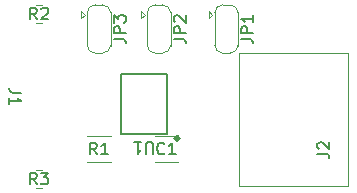
<source format=gbr>
%TF.GenerationSoftware,KiCad,Pcbnew,8.0.2*%
%TF.CreationDate,2024-12-05T16:11:26+05:30*%
%TF.ProjectId,USB PD,55534220-5044-42e6-9b69-6361645f7063,rev?*%
%TF.SameCoordinates,Original*%
%TF.FileFunction,Legend,Top*%
%TF.FilePolarity,Positive*%
%FSLAX46Y46*%
G04 Gerber Fmt 4.6, Leading zero omitted, Abs format (unit mm)*
G04 Created by KiCad (PCBNEW 8.0.2) date 2024-12-05 16:11:26*
%MOMM*%
%LPD*%
G01*
G04 APERTURE LIST*
%ADD10C,0.150000*%
%ADD11C,0.120000*%
%ADD12C,0.303607*%
%ADD13C,0.160000*%
G04 APERTURE END LIST*
D10*
X87402680Y-90471666D02*
X86688395Y-90471666D01*
X86688395Y-90471666D02*
X86545538Y-90424047D01*
X86545538Y-90424047D02*
X86450300Y-90328809D01*
X86450300Y-90328809D02*
X86402680Y-90185952D01*
X86402680Y-90185952D02*
X86402680Y-90090714D01*
X86402680Y-91471666D02*
X86402680Y-90900238D01*
X86402680Y-91185952D02*
X87402680Y-91185952D01*
X87402680Y-91185952D02*
X87259823Y-91090714D01*
X87259823Y-91090714D02*
X87164585Y-90995476D01*
X87164585Y-90995476D02*
X87116966Y-90900238D01*
X112484819Y-95663333D02*
X113199104Y-95663333D01*
X113199104Y-95663333D02*
X113341961Y-95710952D01*
X113341961Y-95710952D02*
X113437200Y-95806190D01*
X113437200Y-95806190D02*
X113484819Y-95949047D01*
X113484819Y-95949047D02*
X113484819Y-96044285D01*
X112580057Y-95234761D02*
X112532438Y-95187142D01*
X112532438Y-95187142D02*
X112484819Y-95091904D01*
X112484819Y-95091904D02*
X112484819Y-94853809D01*
X112484819Y-94853809D02*
X112532438Y-94758571D01*
X112532438Y-94758571D02*
X112580057Y-94710952D01*
X112580057Y-94710952D02*
X112675295Y-94663333D01*
X112675295Y-94663333D02*
X112770533Y-94663333D01*
X112770533Y-94663333D02*
X112913390Y-94710952D01*
X112913390Y-94710952D02*
X113484819Y-95282380D01*
X113484819Y-95282380D02*
X113484819Y-94663333D01*
X98551904Y-95635180D02*
X98551904Y-94825657D01*
X98551904Y-94825657D02*
X98504285Y-94730419D01*
X98504285Y-94730419D02*
X98456666Y-94682800D01*
X98456666Y-94682800D02*
X98361428Y-94635180D01*
X98361428Y-94635180D02*
X98170952Y-94635180D01*
X98170952Y-94635180D02*
X98075714Y-94682800D01*
X98075714Y-94682800D02*
X98028095Y-94730419D01*
X98028095Y-94730419D02*
X97980476Y-94825657D01*
X97980476Y-94825657D02*
X97980476Y-95635180D01*
X96980476Y-94635180D02*
X97551904Y-94635180D01*
X97266190Y-94635180D02*
X97266190Y-95635180D01*
X97266190Y-95635180D02*
X97361428Y-95492323D01*
X97361428Y-95492323D02*
X97456666Y-95397085D01*
X97456666Y-95397085D02*
X97551904Y-95349466D01*
X88733333Y-98244819D02*
X88400000Y-97768628D01*
X88161905Y-98244819D02*
X88161905Y-97244819D01*
X88161905Y-97244819D02*
X88542857Y-97244819D01*
X88542857Y-97244819D02*
X88638095Y-97292438D01*
X88638095Y-97292438D02*
X88685714Y-97340057D01*
X88685714Y-97340057D02*
X88733333Y-97435295D01*
X88733333Y-97435295D02*
X88733333Y-97578152D01*
X88733333Y-97578152D02*
X88685714Y-97673390D01*
X88685714Y-97673390D02*
X88638095Y-97721009D01*
X88638095Y-97721009D02*
X88542857Y-97768628D01*
X88542857Y-97768628D02*
X88161905Y-97768628D01*
X89066667Y-97244819D02*
X89685714Y-97244819D01*
X89685714Y-97244819D02*
X89352381Y-97625771D01*
X89352381Y-97625771D02*
X89495238Y-97625771D01*
X89495238Y-97625771D02*
X89590476Y-97673390D01*
X89590476Y-97673390D02*
X89638095Y-97721009D01*
X89638095Y-97721009D02*
X89685714Y-97816247D01*
X89685714Y-97816247D02*
X89685714Y-98054342D01*
X89685714Y-98054342D02*
X89638095Y-98149580D01*
X89638095Y-98149580D02*
X89590476Y-98197200D01*
X89590476Y-98197200D02*
X89495238Y-98244819D01*
X89495238Y-98244819D02*
X89209524Y-98244819D01*
X89209524Y-98244819D02*
X89114286Y-98197200D01*
X89114286Y-98197200D02*
X89066667Y-98149580D01*
X88733333Y-84274819D02*
X88400000Y-83798628D01*
X88161905Y-84274819D02*
X88161905Y-83274819D01*
X88161905Y-83274819D02*
X88542857Y-83274819D01*
X88542857Y-83274819D02*
X88638095Y-83322438D01*
X88638095Y-83322438D02*
X88685714Y-83370057D01*
X88685714Y-83370057D02*
X88733333Y-83465295D01*
X88733333Y-83465295D02*
X88733333Y-83608152D01*
X88733333Y-83608152D02*
X88685714Y-83703390D01*
X88685714Y-83703390D02*
X88638095Y-83751009D01*
X88638095Y-83751009D02*
X88542857Y-83798628D01*
X88542857Y-83798628D02*
X88161905Y-83798628D01*
X89114286Y-83370057D02*
X89161905Y-83322438D01*
X89161905Y-83322438D02*
X89257143Y-83274819D01*
X89257143Y-83274819D02*
X89495238Y-83274819D01*
X89495238Y-83274819D02*
X89590476Y-83322438D01*
X89590476Y-83322438D02*
X89638095Y-83370057D01*
X89638095Y-83370057D02*
X89685714Y-83465295D01*
X89685714Y-83465295D02*
X89685714Y-83560533D01*
X89685714Y-83560533D02*
X89638095Y-83703390D01*
X89638095Y-83703390D02*
X89066667Y-84274819D01*
X89066667Y-84274819D02*
X89685714Y-84274819D01*
X93813333Y-95704819D02*
X93480000Y-95228628D01*
X93241905Y-95704819D02*
X93241905Y-94704819D01*
X93241905Y-94704819D02*
X93622857Y-94704819D01*
X93622857Y-94704819D02*
X93718095Y-94752438D01*
X93718095Y-94752438D02*
X93765714Y-94800057D01*
X93765714Y-94800057D02*
X93813333Y-94895295D01*
X93813333Y-94895295D02*
X93813333Y-95038152D01*
X93813333Y-95038152D02*
X93765714Y-95133390D01*
X93765714Y-95133390D02*
X93718095Y-95181009D01*
X93718095Y-95181009D02*
X93622857Y-95228628D01*
X93622857Y-95228628D02*
X93241905Y-95228628D01*
X94765714Y-95704819D02*
X94194286Y-95704819D01*
X94480000Y-95704819D02*
X94480000Y-94704819D01*
X94480000Y-94704819D02*
X94384762Y-94847676D01*
X94384762Y-94847676D02*
X94289524Y-94942914D01*
X94289524Y-94942914D02*
X94194286Y-94990533D01*
X95234819Y-85923333D02*
X95949104Y-85923333D01*
X95949104Y-85923333D02*
X96091961Y-85970952D01*
X96091961Y-85970952D02*
X96187200Y-86066190D01*
X96187200Y-86066190D02*
X96234819Y-86209047D01*
X96234819Y-86209047D02*
X96234819Y-86304285D01*
X96234819Y-85447142D02*
X95234819Y-85447142D01*
X95234819Y-85447142D02*
X95234819Y-85066190D01*
X95234819Y-85066190D02*
X95282438Y-84970952D01*
X95282438Y-84970952D02*
X95330057Y-84923333D01*
X95330057Y-84923333D02*
X95425295Y-84875714D01*
X95425295Y-84875714D02*
X95568152Y-84875714D01*
X95568152Y-84875714D02*
X95663390Y-84923333D01*
X95663390Y-84923333D02*
X95711009Y-84970952D01*
X95711009Y-84970952D02*
X95758628Y-85066190D01*
X95758628Y-85066190D02*
X95758628Y-85447142D01*
X95234819Y-84542380D02*
X95234819Y-83923333D01*
X95234819Y-83923333D02*
X95615771Y-84256666D01*
X95615771Y-84256666D02*
X95615771Y-84113809D01*
X95615771Y-84113809D02*
X95663390Y-84018571D01*
X95663390Y-84018571D02*
X95711009Y-83970952D01*
X95711009Y-83970952D02*
X95806247Y-83923333D01*
X95806247Y-83923333D02*
X96044342Y-83923333D01*
X96044342Y-83923333D02*
X96139580Y-83970952D01*
X96139580Y-83970952D02*
X96187200Y-84018571D01*
X96187200Y-84018571D02*
X96234819Y-84113809D01*
X96234819Y-84113809D02*
X96234819Y-84399523D01*
X96234819Y-84399523D02*
X96187200Y-84494761D01*
X96187200Y-84494761D02*
X96139580Y-84542380D01*
X100314819Y-85923333D02*
X101029104Y-85923333D01*
X101029104Y-85923333D02*
X101171961Y-85970952D01*
X101171961Y-85970952D02*
X101267200Y-86066190D01*
X101267200Y-86066190D02*
X101314819Y-86209047D01*
X101314819Y-86209047D02*
X101314819Y-86304285D01*
X101314819Y-85447142D02*
X100314819Y-85447142D01*
X100314819Y-85447142D02*
X100314819Y-85066190D01*
X100314819Y-85066190D02*
X100362438Y-84970952D01*
X100362438Y-84970952D02*
X100410057Y-84923333D01*
X100410057Y-84923333D02*
X100505295Y-84875714D01*
X100505295Y-84875714D02*
X100648152Y-84875714D01*
X100648152Y-84875714D02*
X100743390Y-84923333D01*
X100743390Y-84923333D02*
X100791009Y-84970952D01*
X100791009Y-84970952D02*
X100838628Y-85066190D01*
X100838628Y-85066190D02*
X100838628Y-85447142D01*
X100410057Y-84494761D02*
X100362438Y-84447142D01*
X100362438Y-84447142D02*
X100314819Y-84351904D01*
X100314819Y-84351904D02*
X100314819Y-84113809D01*
X100314819Y-84113809D02*
X100362438Y-84018571D01*
X100362438Y-84018571D02*
X100410057Y-83970952D01*
X100410057Y-83970952D02*
X100505295Y-83923333D01*
X100505295Y-83923333D02*
X100600533Y-83923333D01*
X100600533Y-83923333D02*
X100743390Y-83970952D01*
X100743390Y-83970952D02*
X101314819Y-84542380D01*
X101314819Y-84542380D02*
X101314819Y-83923333D01*
X106029819Y-85923333D02*
X106744104Y-85923333D01*
X106744104Y-85923333D02*
X106886961Y-85970952D01*
X106886961Y-85970952D02*
X106982200Y-86066190D01*
X106982200Y-86066190D02*
X107029819Y-86209047D01*
X107029819Y-86209047D02*
X107029819Y-86304285D01*
X107029819Y-85447142D02*
X106029819Y-85447142D01*
X106029819Y-85447142D02*
X106029819Y-85066190D01*
X106029819Y-85066190D02*
X106077438Y-84970952D01*
X106077438Y-84970952D02*
X106125057Y-84923333D01*
X106125057Y-84923333D02*
X106220295Y-84875714D01*
X106220295Y-84875714D02*
X106363152Y-84875714D01*
X106363152Y-84875714D02*
X106458390Y-84923333D01*
X106458390Y-84923333D02*
X106506009Y-84970952D01*
X106506009Y-84970952D02*
X106553628Y-85066190D01*
X106553628Y-85066190D02*
X106553628Y-85447142D01*
X107029819Y-83923333D02*
X107029819Y-84494761D01*
X107029819Y-84209047D02*
X106029819Y-84209047D01*
X106029819Y-84209047D02*
X106172676Y-84304285D01*
X106172676Y-84304285D02*
X106267914Y-84399523D01*
X106267914Y-84399523D02*
X106315533Y-84494761D01*
X99528333Y-95609580D02*
X99480714Y-95657200D01*
X99480714Y-95657200D02*
X99337857Y-95704819D01*
X99337857Y-95704819D02*
X99242619Y-95704819D01*
X99242619Y-95704819D02*
X99099762Y-95657200D01*
X99099762Y-95657200D02*
X99004524Y-95561961D01*
X99004524Y-95561961D02*
X98956905Y-95466723D01*
X98956905Y-95466723D02*
X98909286Y-95276247D01*
X98909286Y-95276247D02*
X98909286Y-95133390D01*
X98909286Y-95133390D02*
X98956905Y-94942914D01*
X98956905Y-94942914D02*
X99004524Y-94847676D01*
X99004524Y-94847676D02*
X99099762Y-94752438D01*
X99099762Y-94752438D02*
X99242619Y-94704819D01*
X99242619Y-94704819D02*
X99337857Y-94704819D01*
X99337857Y-94704819D02*
X99480714Y-94752438D01*
X99480714Y-94752438D02*
X99528333Y-94800057D01*
X100480714Y-95704819D02*
X99909286Y-95704819D01*
X100195000Y-95704819D02*
X100195000Y-94704819D01*
X100195000Y-94704819D02*
X100099762Y-94847676D01*
X100099762Y-94847676D02*
X100004524Y-94942914D01*
X100004524Y-94942914D02*
X99909286Y-94990533D01*
D11*
%TO.C,J2*%
X105855000Y-87150000D02*
X115055000Y-87150000D01*
X105855000Y-98350000D02*
X105855000Y-87150000D01*
X115055000Y-98350000D02*
X115055000Y-87150000D01*
X105855000Y-98350000D02*
X115055000Y-98350000D01*
%TO.C,U1*%
D12*
X100741803Y-94340000D02*
G75*
G02*
X100438197Y-94340000I-151803J0D01*
G01*
X100438197Y-94340000D02*
G75*
G02*
X100741803Y-94340000I151803J0D01*
G01*
D13*
X99740000Y-93940000D02*
X95840000Y-93940000D01*
X95840000Y-88940000D01*
X99740000Y-88940000D01*
X99740000Y-93940000D01*
D11*
%TO.C,R3*%
X88672936Y-97055000D02*
X89127064Y-97055000D01*
X88672936Y-98525000D02*
X89127064Y-98525000D01*
%TO.C,R2*%
X88672936Y-83085000D02*
X89127064Y-83085000D01*
X88672936Y-84555000D02*
X89127064Y-84555000D01*
%TO.C,R1*%
X92980000Y-94180000D02*
X94980000Y-94180000D01*
X94980000Y-96320000D02*
X92980000Y-96320000D01*
%TO.C,JP3*%
X93680000Y-83040000D02*
X94280000Y-83040000D01*
X92480000Y-83590000D02*
X92480000Y-84190000D01*
X94980000Y-83690000D02*
X94980000Y-86490000D01*
X92780000Y-83890000D02*
X92480000Y-83590000D01*
X92780000Y-83890000D02*
X92480000Y-84190000D01*
X92980000Y-86490000D02*
X92980000Y-83690000D01*
X94280000Y-87140000D02*
X93680000Y-87140000D01*
X94280000Y-83040000D02*
G75*
G02*
X94980000Y-83740000I1J-699999D01*
G01*
X92980000Y-83740000D02*
G75*
G02*
X93680000Y-83040000I699999J1D01*
G01*
X94980000Y-86440000D02*
G75*
G02*
X94280000Y-87140000I-700000J0D01*
G01*
X93680000Y-87140000D02*
G75*
G02*
X92980000Y-86440000I0J700000D01*
G01*
%TO.C,JP2*%
X98760000Y-83040000D02*
X99360000Y-83040000D01*
X97560000Y-83590000D02*
X97560000Y-84190000D01*
X100060000Y-83690000D02*
X100060000Y-86490000D01*
X97860000Y-83890000D02*
X97560000Y-83590000D01*
X97860000Y-83890000D02*
X97560000Y-84190000D01*
X98060000Y-86490000D02*
X98060000Y-83690000D01*
X99360000Y-87140000D02*
X98760000Y-87140000D01*
X99360000Y-83040000D02*
G75*
G02*
X100060000Y-83740000I1J-699999D01*
G01*
X98060000Y-83740000D02*
G75*
G02*
X98760000Y-83040000I699999J1D01*
G01*
X100060000Y-86440000D02*
G75*
G02*
X99360000Y-87140000I-700000J0D01*
G01*
X98760000Y-87140000D02*
G75*
G02*
X98060000Y-86440000I0J700000D01*
G01*
%TO.C,JP1*%
X104475000Y-83040000D02*
X105075000Y-83040000D01*
X103275000Y-83590000D02*
X103275000Y-84190000D01*
X105775000Y-83690000D02*
X105775000Y-86490000D01*
X103575000Y-83890000D02*
X103275000Y-83590000D01*
X103575000Y-83890000D02*
X103275000Y-84190000D01*
X103775000Y-86490000D02*
X103775000Y-83690000D01*
X105075000Y-87140000D02*
X104475000Y-87140000D01*
X105075000Y-83040000D02*
G75*
G02*
X105775000Y-83740000I1J-699999D01*
G01*
X103775000Y-83740000D02*
G75*
G02*
X104475000Y-83040000I699999J1D01*
G01*
X105775000Y-86440000D02*
G75*
G02*
X105075000Y-87140000I-700000J0D01*
G01*
X104475000Y-87140000D02*
G75*
G02*
X103775000Y-86440000I0J700000D01*
G01*
%TO.C,C1*%
X100695000Y-96320000D02*
X98695000Y-96320000D01*
X98695000Y-94180000D02*
X100695000Y-94180000D01*
%TD*%
M02*

</source>
